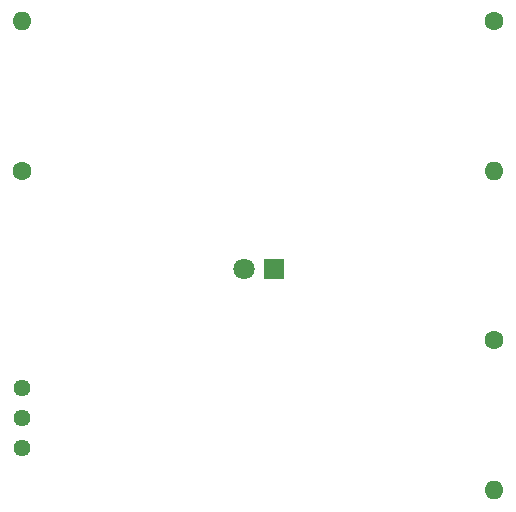
<source format=gbr>
%TF.GenerationSoftware,KiCad,Pcbnew,8.0.7*%
%TF.CreationDate,2025-01-07T09:59:32+09:00*%
%TF.ProjectId,WheatstoneBridge,57686561-7473-4746-9f6e-654272696467,rev?*%
%TF.SameCoordinates,Original*%
%TF.FileFunction,Soldermask,Bot*%
%TF.FilePolarity,Negative*%
%FSLAX46Y46*%
G04 Gerber Fmt 4.6, Leading zero omitted, Abs format (unit mm)*
G04 Created by KiCad (PCBNEW 8.0.7) date 2025-01-07 09:59:32*
%MOMM*%
%LPD*%
G01*
G04 APERTURE LIST*
%ADD10R,1.800000X1.800000*%
%ADD11C,1.800000*%
%ADD12C,1.440000*%
%ADD13C,1.600000*%
%ADD14O,1.600000X1.600000*%
G04 APERTURE END LIST*
D10*
%TO.C,D1*%
X176350000Y-77500000D03*
D11*
X173810000Y-77500000D03*
%TD*%
D12*
%TO.C,RV1*%
X155000000Y-92580000D03*
X155000000Y-90040000D03*
X155000000Y-87500000D03*
%TD*%
D13*
%TO.C,R1*%
X155000000Y-69200000D03*
D14*
X155000000Y-56500000D03*
%TD*%
D13*
%TO.C,R3*%
X195000000Y-83500000D03*
D14*
X195000000Y-96200000D03*
%TD*%
D13*
%TO.C,R2*%
X195000000Y-56500000D03*
D14*
X195000000Y-69200000D03*
%TD*%
M02*

</source>
